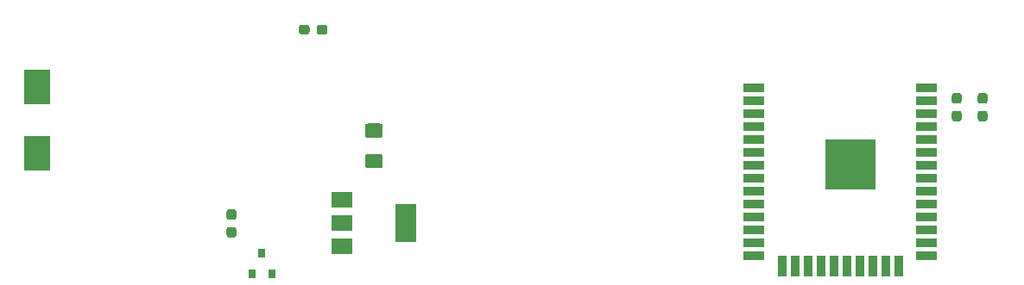
<source format=gbr>
G04 #@! TF.GenerationSoftware,KiCad,Pcbnew,5.1.8-1*
G04 #@! TF.CreationDate,2021-01-07T21:22:04+01:00*
G04 #@! TF.ProjectId,pentasquare,70656e74-6173-4717-9561-72652e6b6963,rev?*
G04 #@! TF.SameCoordinates,Original*
G04 #@! TF.FileFunction,Paste,Bot*
G04 #@! TF.FilePolarity,Positive*
%FSLAX46Y46*%
G04 Gerber Fmt 4.6, Leading zero omitted, Abs format (unit mm)*
G04 Created by KiCad (PCBNEW 5.1.8-1) date 2021-01-07 21:22:04*
%MOMM*%
%LPD*%
G01*
G04 APERTURE LIST*
%ADD10R,0.800000X0.900000*%
%ADD11R,2.000000X1.500000*%
%ADD12R,2.000000X3.800000*%
%ADD13R,2.500000X3.500000*%
%ADD14R,5.000000X5.000000*%
%ADD15R,2.000000X0.900000*%
%ADD16R,0.900000X2.000000*%
G04 APERTURE END LIST*
D10*
X57600000Y-38500000D03*
X56650000Y-40500000D03*
X58550000Y-40500000D03*
D11*
X65430000Y-37830000D03*
X65430000Y-33230000D03*
X65430000Y-35530000D03*
D12*
X71730000Y-35530000D03*
G36*
G01*
X54372500Y-34160000D02*
X54847500Y-34160000D01*
G75*
G02*
X55085000Y-34397500I0J-237500D01*
G01*
X55085000Y-34972500D01*
G75*
G02*
X54847500Y-35210000I-237500J0D01*
G01*
X54372500Y-35210000D01*
G75*
G02*
X54135000Y-34972500I0J237500D01*
G01*
X54135000Y-34397500D01*
G75*
G02*
X54372500Y-34160000I237500J0D01*
G01*
G37*
G36*
G01*
X54372500Y-35910000D02*
X54847500Y-35910000D01*
G75*
G02*
X55085000Y-36147500I0J-237500D01*
G01*
X55085000Y-36722500D01*
G75*
G02*
X54847500Y-36960000I-237500J0D01*
G01*
X54372500Y-36960000D01*
G75*
G02*
X54135000Y-36722500I0J237500D01*
G01*
X54135000Y-36147500D01*
G75*
G02*
X54372500Y-35910000I237500J0D01*
G01*
G37*
D13*
X35560000Y-28650000D03*
X35560000Y-22150000D03*
G36*
G01*
X128507500Y-23780000D02*
X128032500Y-23780000D01*
G75*
G02*
X127795000Y-23542500I0J237500D01*
G01*
X127795000Y-22967500D01*
G75*
G02*
X128032500Y-22730000I237500J0D01*
G01*
X128507500Y-22730000D01*
G75*
G02*
X128745000Y-22967500I0J-237500D01*
G01*
X128745000Y-23542500D01*
G75*
G02*
X128507500Y-23780000I-237500J0D01*
G01*
G37*
G36*
G01*
X128507500Y-25530000D02*
X128032500Y-25530000D01*
G75*
G02*
X127795000Y-25292500I0J237500D01*
G01*
X127795000Y-24717500D01*
G75*
G02*
X128032500Y-24480000I237500J0D01*
G01*
X128507500Y-24480000D01*
G75*
G02*
X128745000Y-24717500I0J-237500D01*
G01*
X128745000Y-25292500D01*
G75*
G02*
X128507500Y-25530000I-237500J0D01*
G01*
G37*
G36*
G01*
X64025000Y-16272500D02*
X64025000Y-16747500D01*
G75*
G02*
X63787500Y-16985000I-237500J0D01*
G01*
X63212500Y-16985000D01*
G75*
G02*
X62975000Y-16747500I0J237500D01*
G01*
X62975000Y-16272500D01*
G75*
G02*
X63212500Y-16035000I237500J0D01*
G01*
X63787500Y-16035000D01*
G75*
G02*
X64025000Y-16272500I0J-237500D01*
G01*
G37*
G36*
G01*
X62275000Y-16272500D02*
X62275000Y-16747500D01*
G75*
G02*
X62037500Y-16985000I-237500J0D01*
G01*
X61462500Y-16985000D01*
G75*
G02*
X61225000Y-16747500I0J237500D01*
G01*
X61225000Y-16272500D01*
G75*
G02*
X61462500Y-16035000I237500J0D01*
G01*
X62037500Y-16035000D01*
G75*
G02*
X62275000Y-16272500I0J-237500D01*
G01*
G37*
G36*
G01*
X67955000Y-25740000D02*
X69205000Y-25740000D01*
G75*
G02*
X69455000Y-25990000I0J-250000D01*
G01*
X69455000Y-26915000D01*
G75*
G02*
X69205000Y-27165000I-250000J0D01*
G01*
X67955000Y-27165000D01*
G75*
G02*
X67705000Y-26915000I0J250000D01*
G01*
X67705000Y-25990000D01*
G75*
G02*
X67955000Y-25740000I250000J0D01*
G01*
G37*
G36*
G01*
X67955000Y-28715000D02*
X69205000Y-28715000D01*
G75*
G02*
X69455000Y-28965000I0J-250000D01*
G01*
X69455000Y-29890000D01*
G75*
G02*
X69205000Y-30140000I-250000J0D01*
G01*
X67955000Y-30140000D01*
G75*
G02*
X67705000Y-29890000I0J250000D01*
G01*
X67705000Y-28965000D01*
G75*
G02*
X67955000Y-28715000I250000J0D01*
G01*
G37*
D14*
X115300000Y-29725000D03*
D15*
X122800000Y-22225000D03*
X122800000Y-23495000D03*
X122800000Y-24765000D03*
X122800000Y-26035000D03*
X122800000Y-27305000D03*
X122800000Y-28575000D03*
X122800000Y-29845000D03*
X122800000Y-31115000D03*
X122800000Y-32385000D03*
X122800000Y-33655000D03*
X122800000Y-34925000D03*
X122800000Y-36195000D03*
X122800000Y-37465000D03*
X122800000Y-38735000D03*
D16*
X120015000Y-39735000D03*
X118745000Y-39735000D03*
X117475000Y-39735000D03*
X116205000Y-39735000D03*
X114935000Y-39735000D03*
X113665000Y-39735000D03*
X112395000Y-39735000D03*
X111125000Y-39735000D03*
X109855000Y-39735000D03*
X108585000Y-39735000D03*
D15*
X105800000Y-38735000D03*
X105800000Y-37465000D03*
X105800000Y-36195000D03*
X105800000Y-34925000D03*
X105800000Y-33655000D03*
X105800000Y-32385000D03*
X105800000Y-31115000D03*
X105800000Y-29845000D03*
X105800000Y-28575000D03*
X105800000Y-27305000D03*
X105800000Y-26035000D03*
X105800000Y-24765000D03*
X105800000Y-23495000D03*
X105800000Y-22225000D03*
G36*
G01*
X125492500Y-22730000D02*
X125967500Y-22730000D01*
G75*
G02*
X126205000Y-22967500I0J-237500D01*
G01*
X126205000Y-23542500D01*
G75*
G02*
X125967500Y-23780000I-237500J0D01*
G01*
X125492500Y-23780000D01*
G75*
G02*
X125255000Y-23542500I0J237500D01*
G01*
X125255000Y-22967500D01*
G75*
G02*
X125492500Y-22730000I237500J0D01*
G01*
G37*
G36*
G01*
X125492500Y-24480000D02*
X125967500Y-24480000D01*
G75*
G02*
X126205000Y-24717500I0J-237500D01*
G01*
X126205000Y-25292500D01*
G75*
G02*
X125967500Y-25530000I-237500J0D01*
G01*
X125492500Y-25530000D01*
G75*
G02*
X125255000Y-25292500I0J237500D01*
G01*
X125255000Y-24717500D01*
G75*
G02*
X125492500Y-24480000I237500J0D01*
G01*
G37*
M02*

</source>
